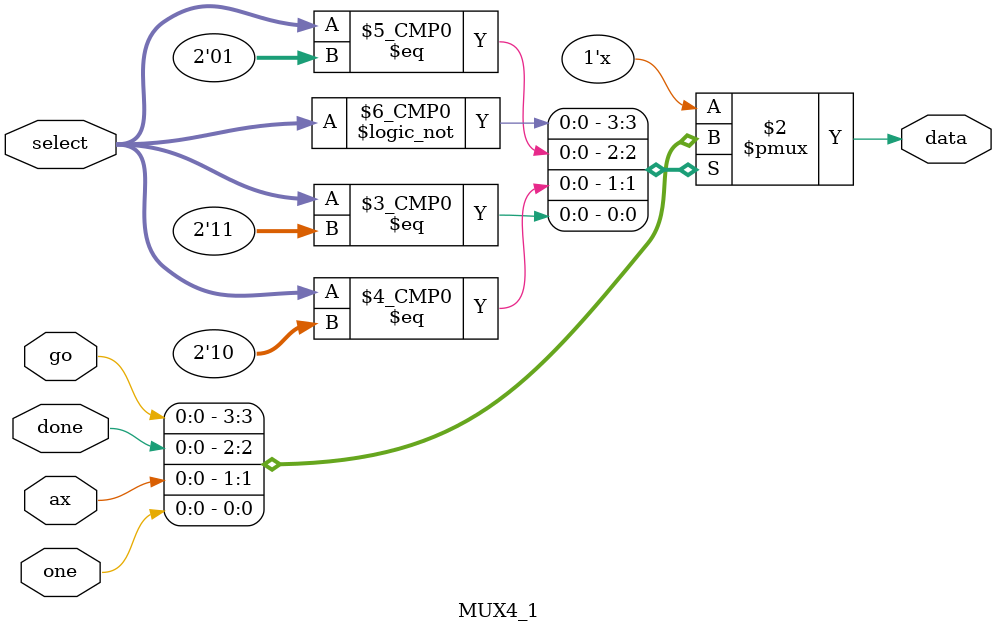
<source format=v>

module MUX4_1(
	 input     [1:0] select,
	 output reg   data,
	 input  go,
	 input  done,
	 input  ax,
	 input  one
	 
	 
);


always @(*)
     case(select)
        2'b00: data = go;
		  2'b01: data = done;
		  2'b10: data = ax;
		  2'b11: data = one;


     endcase


endmodule
</source>
